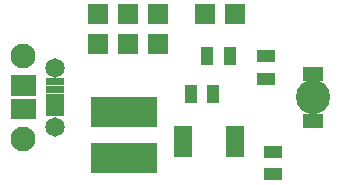
<source format=gbr>
G04 #@! TF.FileFunction,Soldermask,Bot*
%FSLAX46Y46*%
G04 Gerber Fmt 4.6, Leading zero omitted, Abs format (unit mm)*
G04 Created by KiCad (PCBNEW 4.1.0-alpha+201607041450+6962~46~ubuntu16.04.1-product) date Tue Jul  5 21:19:18 2016*
%MOMM*%
%LPD*%
G01*
G04 APERTURE LIST*
%ADD10C,0.500000*%
%ADD11R,1.089000X1.597000*%
%ADD12R,1.597000X1.089000*%
%ADD13R,1.700000X1.250000*%
%ADD14C,2.900000*%
%ADD15R,1.724000X1.724000*%
%ADD16R,5.700000X2.500000*%
%ADD17C,1.650000*%
%ADD18C,2.100000*%
%ADD19R,1.650000X0.650000*%
G04 APERTURE END LIST*
D10*
D11*
X16319500Y10287000D03*
X18224500Y10287000D03*
D12*
X23304500Y5397500D03*
X23304500Y3492500D03*
D13*
X26670000Y8000000D03*
X26670000Y12000000D03*
D14*
X26670000Y10000000D03*
D15*
X8445500Y14478000D03*
X8445500Y17018000D03*
X10985500Y14478000D03*
X10985500Y17018000D03*
X13525500Y14478000D03*
X13525500Y17018000D03*
X20066000Y17018000D03*
X17526000Y17018000D03*
D16*
X10668000Y8719500D03*
X10668000Y4869500D03*
D17*
X4859000Y7500000D03*
X4859000Y12500000D03*
D10*
G36*
X5634000Y9700000D02*
X4084000Y9700000D01*
X4084000Y10300000D01*
X5634000Y10300000D01*
X5634000Y9700000D01*
X5634000Y9700000D01*
G37*
G36*
X5634000Y9050000D02*
X4084000Y9050000D01*
X4084000Y9650000D01*
X5634000Y9650000D01*
X5634000Y9050000D01*
X5634000Y9050000D01*
G37*
G36*
X5634000Y8400000D02*
X4084000Y8400000D01*
X4084000Y9000000D01*
X5634000Y9000000D01*
X5634000Y8400000D01*
X5634000Y8400000D01*
G37*
G36*
X5634000Y10350000D02*
X4084000Y10350000D01*
X4084000Y10950000D01*
X5634000Y10950000D01*
X5634000Y10350000D01*
X5634000Y10350000D01*
G37*
G36*
X5634000Y11000000D02*
X4084000Y11000000D01*
X4084000Y11600000D01*
X5634000Y11600000D01*
X5634000Y11000000D01*
X5634000Y11000000D01*
G37*
G36*
X3209000Y8150000D02*
X1109000Y8150000D01*
X1109000Y9850000D01*
X3209000Y9850000D01*
X3209000Y8150000D01*
X3209000Y8150000D01*
G37*
G36*
X3209000Y10150000D02*
X1109000Y10150000D01*
X1109000Y11850000D01*
X3209000Y11850000D01*
X3209000Y10150000D01*
X3209000Y10150000D01*
G37*
D18*
X2159000Y13500000D03*
X2159000Y6500000D03*
D11*
X17716500Y13462000D03*
X19621500Y13462000D03*
D12*
X22669500Y11557000D03*
X22669500Y13462000D03*
D19*
X20107000Y7198000D03*
X20107000Y6548000D03*
X20107000Y5898000D03*
X20107000Y5248000D03*
X15707000Y5248000D03*
X15707000Y5898000D03*
X15707000Y6548000D03*
X15707000Y7198000D03*
D14*
X26670000Y10000000D03*
M02*

</source>
